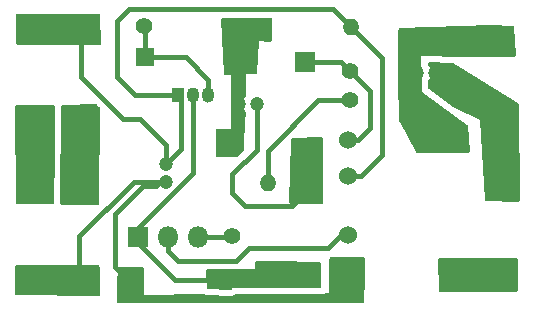
<source format=gbr>
%TF.GenerationSoftware,KiCad,Pcbnew,(7.0.0)*%
%TF.CreationDate,2023-11-14T21:29:08+01:00*%
%TF.ProjectId,reversepcb1,72657665-7273-4657-9063-62312e6b6963,rev?*%
%TF.SameCoordinates,Original*%
%TF.FileFunction,Copper,L2,Bot*%
%TF.FilePolarity,Positive*%
%FSLAX46Y46*%
G04 Gerber Fmt 4.6, Leading zero omitted, Abs format (unit mm)*
G04 Created by KiCad (PCBNEW (7.0.0)) date 2023-11-14 21:29:08*
%MOMM*%
%LPD*%
G01*
G04 APERTURE LIST*
%TA.AperFunction,ComponentPad*%
%ADD10R,1.800000X1.800000*%
%TD*%
%TA.AperFunction,ComponentPad*%
%ADD11O,1.800000X1.800000*%
%TD*%
%TA.AperFunction,ComponentPad*%
%ADD12C,1.200000*%
%TD*%
%TA.AperFunction,ComponentPad*%
%ADD13C,1.400000*%
%TD*%
%TA.AperFunction,ComponentPad*%
%ADD14O,1.400000X1.400000*%
%TD*%
%TA.AperFunction,ComponentPad*%
%ADD15R,1.600000X1.600000*%
%TD*%
%TA.AperFunction,ComponentPad*%
%ADD16O,1.600000X1.600000*%
%TD*%
%TA.AperFunction,ComponentPad*%
%ADD17R,1.050000X1.300000*%
%TD*%
%TA.AperFunction,ComponentPad*%
%ADD18O,1.050000X1.300000*%
%TD*%
%TA.AperFunction,ComponentPad*%
%ADD19C,1.524000*%
%TD*%
%TA.AperFunction,ViaPad*%
%ADD20C,1.600000*%
%TD*%
%TA.AperFunction,Conductor*%
%ADD21C,0.400000*%
%TD*%
G04 APERTURE END LIST*
D10*
%TO.P,D1,1,K*%
%TO.N,Net-(D7-K)*%
X167619999Y-113919999D03*
D11*
%TO.P,D1,2,A*%
%TO.N,Net-(D7-A)*%
X167619999Y-121539999D03*
%TD*%
D12*
%TO.P,EC2,1*%
%TO.N,Net-(D5-A)*%
X146950000Y-107000000D03*
%TO.P,EC2,2*%
%TO.N,Net-(Dzd1-A)*%
X145450000Y-107000000D03*
%TD*%
D13*
%TO.P,R3,1*%
%TO.N,Net-(Q1-Pad3)*%
X144850000Y-118150000D03*
D14*
%TO.P,R3,2*%
%TO.N,Net-(Dzd1-A)*%
X144849999Y-110529999D03*
%TD*%
D15*
%TO.P,D3,1,K*%
%TO.N,Net-(Dzd1-K)*%
X137549999Y-102999999D03*
D16*
%TO.P,D3,2,A*%
%TO.N,Net-(Dzd1-A)*%
X145169999Y-102999999D03*
%TD*%
D13*
%TO.P,R4,1*%
%TO.N,Net-(Dzd1-K)*%
X137450000Y-100350000D03*
D14*
%TO.P,R4,2*%
%TO.N,Net-(Dzd1-A)*%
X145069999Y-100349999D03*
%TD*%
D13*
%TO.P,R1,1*%
%TO.N,Net-(D7-K)*%
X167810000Y-109090000D03*
D14*
%TO.P,R1,2*%
%TO.N,Net-(T1-AB)*%
X167809999Y-101469999D03*
%TD*%
D10*
%TO.P,D1,1,K*%
%TO.N,Net-(D1-K)*%
X128279999Y-108359999D03*
D11*
%TO.P,D1,2,A*%
%TO.N,Net-(D1-A)*%
X128279999Y-100739999D03*
%TD*%
D12*
%TO.P,EC1,1*%
%TO.N,Net-(D7-K)*%
X162080000Y-104350000D03*
%TO.P,EC1,2*%
%TO.N,Net-(T1-AB)*%
X160580000Y-104350000D03*
%TD*%
D10*
%TO.P,Q2,1,1*%
%TO.N,Net-(D6-K)*%
X136899999Y-118244999D03*
D11*
%TO.P,Q2,2,2*%
%TO.N,Net-(T1-SB)*%
X139439999Y-118244999D03*
%TO.P,Q2,3,3*%
%TO.N,Net-(Q1-Pad3)*%
X141979999Y-118244999D03*
%TD*%
D17*
%TO.P,Q1,1,E*%
%TO.N,Net-(D1-A)*%
X140339999Y-106229999D03*
D18*
%TO.P,Q1,2,C*%
%TO.N,Net-(D6-K)*%
X141609999Y-106229999D03*
%TO.P,Q1,3,B*%
%TO.N,Net-(Dzd1-K)*%
X142879999Y-106229999D03*
%TD*%
D10*
%TO.P,D2,1,K*%
%TO.N,Net-(D2-K)*%
X128249999Y-121969999D03*
D11*
%TO.P,D2,2,A*%
%TO.N,Net-(D1-K)*%
X128249999Y-114349999D03*
%TD*%
D12*
%TO.P,EC5,1*%
%TO.N,Net-(D2-K)*%
X139300000Y-113590000D03*
%TO.P,EC5,2*%
%TO.N,Net-(D1-A)*%
X139300000Y-112090000D03*
%TD*%
D13*
%TO.P,R5,1*%
%TO.N,Net-(D6-K)*%
X147940000Y-121280000D03*
D14*
%TO.P,R5,2*%
%TO.N,Net-(C2-Pad1)*%
X147939999Y-113659999D03*
%TD*%
D10*
%TO.P,D4,1,K*%
%TO.N,Net-(D2-K)*%
X131959999Y-121949999D03*
D11*
%TO.P,D4,2,A*%
%TO.N,Net-(D3-K)*%
X131959999Y-114329999D03*
%TD*%
D10*
%TO.P,D2,1,K*%
%TO.N,Net-(D5-K)*%
X151089999Y-103399999D03*
D11*
%TO.P,D2,2,A*%
%TO.N,Net-(D5-A)*%
X151089999Y-111019999D03*
%TD*%
D15*
%TO.P,ZD4,1,K*%
%TO.N,Net-(D6-K)*%
X151129999Y-121319999D03*
D16*
%TO.P,ZD4,2,A*%
%TO.N,Net-(D5-A)*%
X151129999Y-113699999D03*
%TD*%
D10*
%TO.P,D3,1,K*%
%TO.N,Net-(D3-K)*%
X132069999Y-108369999D03*
D11*
%TO.P,D3,2,A*%
%TO.N,Net-(D1-A)*%
X132069999Y-100749999D03*
%TD*%
D13*
%TO.P,R2,1*%
%TO.N,Net-(Dzd1-A)*%
X147300000Y-100430000D03*
D14*
%TO.P,R2,2*%
%TO.N,Net-(D1-A)*%
X154919999Y-100429999D03*
%TD*%
D13*
%TO.P,R6,1*%
%TO.N,Net-(D2-K)*%
X136160000Y-121900000D03*
D14*
%TO.P,R6,2*%
%TO.N,Net-(D6-K)*%
X143779999Y-121899999D03*
%TD*%
D13*
%TO.P,C1,1*%
%TO.N,Net-(C2-Pad1)*%
X154900000Y-106680000D03*
%TO.P,C1,2*%
%TO.N,Net-(D5-K)*%
X154900000Y-104180000D03*
%TD*%
D19*
%TO.P,T1,1,AA*%
%TO.N,Net-(D7-A)*%
X163690000Y-121060000D03*
%TO.P,T1,2,AB*%
%TO.N,Net-(T1-AB)*%
X163690000Y-110060000D03*
%TO.P,T1,3,SA*%
%TO.N,Net-(D2-K)*%
X154690000Y-121060000D03*
%TO.P,T1,4,SB*%
%TO.N,Net-(T1-SB)*%
X154690000Y-118060000D03*
%TO.P,T1,5,SC*%
%TO.N,Net-(D1-A)*%
X154690000Y-113060000D03*
%TO.P,T1,6,SD*%
%TO.N,Net-(D5-K)*%
X154690000Y-110060000D03*
%TD*%
D20*
%TO.N,Net-(D7-K)*%
X167690000Y-111410000D03*
%TO.N,Net-(D1-K)*%
X128260000Y-111490000D03*
%TO.N,Net-(D3-K)*%
X132020000Y-111450000D03*
%TD*%
D21*
%TO.N,Net-(D1-A)*%
X153450000Y-98960000D02*
X154920000Y-100430000D01*
X136120000Y-98960000D02*
X153450000Y-98960000D01*
X135110000Y-104720000D02*
X135110000Y-99970000D01*
X136620000Y-106230000D02*
X135110000Y-104720000D01*
X140340000Y-106230000D02*
X136620000Y-106230000D01*
X135110000Y-99970000D02*
X136120000Y-98960000D01*
%TO.N,Net-(Dzd1-K)*%
X140970000Y-103000000D02*
X142880000Y-104910000D01*
X137550000Y-103000000D02*
X140970000Y-103000000D01*
X137550000Y-103000000D02*
X137550000Y-100450000D01*
X137550000Y-100450000D02*
X137450000Y-100350000D01*
X142880000Y-104910000D02*
X142880000Y-106230000D01*
%TO.N,Net-(D2-K)*%
X137310000Y-113950000D02*
X135010000Y-116250000D01*
X138780000Y-113590000D02*
X138420000Y-113950000D01*
X135010000Y-120750000D02*
X136160000Y-121900000D01*
X131960000Y-118170000D02*
X131960000Y-121950000D01*
X135010000Y-116250000D02*
X135010000Y-120750000D01*
X139300000Y-113590000D02*
X138780000Y-113590000D01*
X139300000Y-113590000D02*
X136540000Y-113590000D01*
X136540000Y-113590000D02*
X131960000Y-118170000D01*
X138420000Y-113950000D02*
X137310000Y-113950000D01*
%TO.N,Net-(D6-K)*%
X136900000Y-118760000D02*
X136900000Y-118245000D01*
X141610000Y-112790000D02*
X141610000Y-106230000D01*
X136900000Y-118245000D02*
X136900000Y-117500000D01*
X143780000Y-121900000D02*
X140040000Y-121900000D01*
X140040000Y-121900000D02*
X136900000Y-118760000D01*
X136900000Y-117500000D02*
X141610000Y-112790000D01*
%TO.N,Net-(C2-Pad1)*%
X147940000Y-110920000D02*
X152180000Y-106680000D01*
X147940000Y-113660000D02*
X147940000Y-110920000D01*
X152180000Y-106680000D02*
X154900000Y-106680000D01*
%TO.N,Net-(D1-A)*%
X157540000Y-111290000D02*
X155770000Y-113060000D01*
X154920000Y-100430000D02*
X157540000Y-103050000D01*
X140590000Y-106480000D02*
X140590000Y-110800000D01*
X137110000Y-108230000D02*
X139300000Y-110420000D01*
X132070000Y-100750000D02*
X132070000Y-104650000D01*
X157540000Y-103050000D02*
X157540000Y-111290000D01*
X135650000Y-108230000D02*
X137110000Y-108230000D01*
X132070000Y-104650000D02*
X135650000Y-108230000D01*
X155770000Y-113060000D02*
X154690000Y-113060000D01*
X139300000Y-110420000D02*
X139300000Y-112090000D01*
X140590000Y-110800000D02*
X139300000Y-112090000D01*
X140340000Y-106230000D02*
X140590000Y-106480000D01*
%TO.N,Net-(D5-K)*%
X154900000Y-104180000D02*
X156570000Y-105850000D01*
X153820000Y-103400000D02*
X151090000Y-103400000D01*
X154100000Y-103380000D02*
X153840000Y-103380000D01*
X153840000Y-103380000D02*
X153820000Y-103400000D01*
X156570000Y-105850000D02*
X156570000Y-109030000D01*
X154900000Y-104180000D02*
X154100000Y-103380000D01*
X155540000Y-110060000D02*
X154690000Y-110060000D01*
X156570000Y-109030000D02*
X155540000Y-110060000D01*
%TO.N,Net-(D5-A)*%
X144910000Y-114550000D02*
X144910000Y-112880000D01*
X149990000Y-115650000D02*
X146010000Y-115650000D01*
X151130000Y-111060000D02*
X151090000Y-111020000D01*
X144910000Y-112880000D02*
X146950000Y-110840000D01*
X146010000Y-115650000D02*
X144910000Y-114550000D01*
X146950000Y-110840000D02*
X146950000Y-107000000D01*
X151130000Y-114510000D02*
X149990000Y-115650000D01*
X151130000Y-113700000D02*
X151130000Y-114510000D01*
%TO.N,Net-(T1-SB)*%
X146330000Y-119150000D02*
X152990000Y-119150000D01*
X154080000Y-118060000D02*
X154690000Y-118060000D01*
X139440000Y-118245000D02*
X139440000Y-119410000D01*
X140300000Y-120270000D02*
X145210000Y-120270000D01*
X139440000Y-119410000D02*
X140300000Y-120270000D01*
X145210000Y-120270000D02*
X146330000Y-119150000D01*
X152990000Y-119150000D02*
X154080000Y-118060000D01*
%TO.N,Net-(Q1-Pad3)*%
X144755000Y-118245000D02*
X144850000Y-118150000D01*
X141980000Y-118245000D02*
X144755000Y-118245000D01*
%TD*%
%TA.AperFunction,Conductor*%
%TO.N,Net-(D2-K)*%
G36*
X133524358Y-120618071D02*
G01*
X133524359Y-120618072D01*
X133597762Y-120637998D01*
X133651766Y-120691558D01*
X133672300Y-120764793D01*
X133707747Y-123086546D01*
X133696950Y-123144550D01*
X133664486Y-123193815D01*
X133615446Y-123226618D01*
X133557519Y-123237816D01*
X126677266Y-123180321D01*
X126603458Y-123160043D01*
X126549456Y-123105796D01*
X126529512Y-123031897D01*
X126520653Y-120719711D01*
X126531930Y-120662275D01*
X126564460Y-120613615D01*
X126613223Y-120581239D01*
X126670692Y-120570144D01*
X133524358Y-120618071D01*
G37*
%TD.AperFunction*%
%TD*%
%TA.AperFunction,Conductor*%
%TO.N,Net-(D7-K)*%
G36*
X163542213Y-103470440D02*
G01*
X163581971Y-103476549D01*
X163618647Y-103493073D01*
X168696883Y-106667958D01*
X169110783Y-106926726D01*
X169161771Y-106980217D01*
X169180788Y-107051627D01*
X169258536Y-115098543D01*
X169247516Y-115156236D01*
X169215056Y-115205188D01*
X169166200Y-115237791D01*
X169108540Y-115248980D01*
X166429450Y-115230939D01*
X166357939Y-115212106D01*
X166304289Y-115161212D01*
X166281716Y-115090793D01*
X165880778Y-108353078D01*
X165880000Y-108340000D01*
X165868252Y-108334198D01*
X165868251Y-108334197D01*
X163591457Y-107209739D01*
X163569177Y-107196190D01*
X162227788Y-106209977D01*
X161538555Y-105703240D01*
X161494660Y-105652011D01*
X161477859Y-105586676D01*
X161465500Y-105057024D01*
X161472641Y-105007849D01*
X161495553Y-104963760D01*
X161519673Y-104931821D01*
X161610582Y-104749250D01*
X161666397Y-104553083D01*
X161685215Y-104350000D01*
X161666397Y-104146917D01*
X161610582Y-103950750D01*
X161519673Y-103768179D01*
X161515522Y-103762682D01*
X161461675Y-103691376D01*
X161439867Y-103650583D01*
X161431621Y-103605067D01*
X161431257Y-103589496D01*
X161441813Y-103530830D01*
X161474524Y-103480993D01*
X161524153Y-103447968D01*
X161582750Y-103437040D01*
X163542213Y-103470440D01*
G37*
%TD.AperFunction*%
%TD*%
%TA.AperFunction,Conductor*%
%TO.N,Net-(D1-K)*%
G36*
X129817198Y-107071444D02*
G01*
X129865667Y-107104018D01*
X129897894Y-107152718D01*
X129908928Y-107210064D01*
X129880663Y-111166958D01*
X129880654Y-111167831D01*
X129826745Y-115313993D01*
X129806300Y-115387408D01*
X129752228Y-115441111D01*
X129678675Y-115461053D01*
X126748322Y-115479087D01*
X126673896Y-115459695D01*
X126619056Y-115405771D01*
X126598414Y-115331685D01*
X126511610Y-107210593D01*
X126522490Y-107153085D01*
X126554681Y-107104206D01*
X126603214Y-107071495D01*
X126660601Y-107060000D01*
X129759932Y-107060000D01*
X129817198Y-107071444D01*
G37*
%TD.AperFunction*%
%TD*%
%TA.AperFunction,Conductor*%
%TO.N,Net-(D3-K)*%
G36*
X133417960Y-107005155D02*
G01*
X133467145Y-107037801D01*
X133652380Y-107223037D01*
X133685011Y-107272184D01*
X133696011Y-107330143D01*
X133601742Y-115371389D01*
X133580972Y-115445541D01*
X133525955Y-115499420D01*
X133451385Y-115518636D01*
X130479564Y-115491372D01*
X130422520Y-115479451D01*
X130374410Y-115446562D01*
X130342596Y-115397736D01*
X130331944Y-115340444D01*
X130438111Y-107175268D01*
X130458403Y-107102116D01*
X130512102Y-107048456D01*
X130585267Y-107028217D01*
X133359964Y-106994172D01*
X133417960Y-107005155D01*
G37*
%TD.AperFunction*%
%TD*%
%TA.AperFunction,Conductor*%
%TO.N,Net-(Dzd1-A)*%
G36*
X148201386Y-99672088D02*
G01*
X148250035Y-99705049D01*
X148282157Y-99754257D01*
X148292754Y-99812058D01*
X148262649Y-101565650D01*
X148249799Y-101623674D01*
X148215292Y-101672060D01*
X148164619Y-101703111D01*
X148105840Y-101711886D01*
X147134713Y-101660774D01*
X147134711Y-101660774D01*
X147120000Y-101660000D01*
X147119319Y-101674718D01*
X147119319Y-101674719D01*
X146996724Y-104324655D01*
X146973973Y-104397157D01*
X146918428Y-104449011D01*
X146844536Y-104466731D01*
X146114730Y-104450331D01*
X146100000Y-104450000D01*
X146099757Y-104464723D01*
X146099757Y-104464725D01*
X146069634Y-106292132D01*
X146061535Y-106338188D01*
X146039560Y-106379466D01*
X146014480Y-106412678D01*
X146014474Y-106412686D01*
X146010327Y-106418179D01*
X146007259Y-106424339D01*
X146007256Y-106424345D01*
X145922491Y-106594577D01*
X145922488Y-106594583D01*
X145919418Y-106600750D01*
X145917533Y-106607374D01*
X145917531Y-106607380D01*
X145865487Y-106790293D01*
X145865485Y-106790300D01*
X145863603Y-106796917D01*
X145862968Y-106803769D01*
X145862967Y-106803775D01*
X145845421Y-106993136D01*
X145844785Y-107000000D01*
X145863603Y-107203083D01*
X145865486Y-107209701D01*
X145865487Y-107209706D01*
X145909861Y-107365662D01*
X145919418Y-107399250D01*
X146010327Y-107581821D01*
X146016645Y-107590187D01*
X146039399Y-107633793D01*
X146046717Y-107682431D01*
X146042209Y-107955962D01*
X146027558Y-108017979D01*
X145988338Y-108068203D01*
X145948261Y-108088905D01*
X145947163Y-108090000D01*
X145940000Y-108090000D01*
X145939941Y-108109575D01*
X145939941Y-108109578D01*
X145931915Y-110806151D01*
X145920489Y-110862932D01*
X145888275Y-110911066D01*
X145390024Y-111409317D01*
X145342000Y-111441485D01*
X145285349Y-111452956D01*
X143750436Y-111459998D01*
X143749752Y-111460000D01*
X143648378Y-111460000D01*
X143574058Y-111440142D01*
X143519549Y-111385860D01*
X143499379Y-111311623D01*
X143490626Y-109219623D01*
X143501789Y-109162412D01*
X143534046Y-109113862D01*
X143582461Y-109081402D01*
X143639625Y-109070000D01*
X144770442Y-109070000D01*
X144790000Y-109070000D01*
X144810000Y-104560000D01*
X144795283Y-104560000D01*
X144351915Y-104560000D01*
X144279519Y-104541230D01*
X144225363Y-104489649D01*
X144203092Y-104418253D01*
X143978848Y-99816753D01*
X143988023Y-99757544D01*
X144019778Y-99706737D01*
X144068980Y-99672546D01*
X144127671Y-99660500D01*
X148143776Y-99660500D01*
X148201386Y-99672088D01*
G37*
%TD.AperFunction*%
%TD*%
%TA.AperFunction,Conductor*%
%TO.N,Net-(D6-K)*%
G36*
X148588092Y-120305940D02*
G01*
X152281651Y-120338684D01*
X152355783Y-120359197D01*
X152409808Y-120413952D01*
X152429325Y-120488355D01*
X152420675Y-122391283D01*
X152400422Y-122465611D01*
X152345753Y-122519888D01*
X152271282Y-122539605D01*
X144895195Y-122520040D01*
X144895193Y-122520040D01*
X144880000Y-122520000D01*
X144880798Y-122535171D01*
X144880798Y-122535175D01*
X144881590Y-122550220D01*
X144872353Y-122610248D01*
X144839929Y-122661603D01*
X144789704Y-122695753D01*
X144730024Y-122707023D01*
X142877510Y-122672558D01*
X142806824Y-122653218D01*
X142753908Y-122602518D01*
X142731564Y-122532726D01*
X142645279Y-121128636D01*
X142653862Y-121068875D01*
X142685456Y-121017423D01*
X142734873Y-120982733D01*
X142793998Y-120970500D01*
X145184330Y-120970500D01*
X145193327Y-120970772D01*
X145252606Y-120974358D01*
X145311048Y-120963647D01*
X145319911Y-120962298D01*
X145378872Y-120955140D01*
X145387307Y-120951940D01*
X145390714Y-120951101D01*
X145407786Y-120946341D01*
X145411061Y-120945320D01*
X145419932Y-120943695D01*
X145455183Y-120927828D01*
X145518121Y-120914712D01*
X146790000Y-120930000D01*
X146790000Y-120440327D01*
X146801469Y-120383002D01*
X146834109Y-120334502D01*
X146882897Y-120302293D01*
X146940321Y-120291333D01*
X148588092Y-120305940D01*
G37*
%TD.AperFunction*%
%TD*%
%TA.AperFunction,Conductor*%
%TO.N,Net-(D7-A)*%
G36*
X164790160Y-120031420D02*
G01*
X164806559Y-120031808D01*
X164831219Y-120034455D01*
X164860000Y-120040000D01*
X168920416Y-120040000D01*
X168977570Y-120051398D01*
X169025981Y-120083847D01*
X169058241Y-120132384D01*
X169069415Y-120189583D01*
X169059583Y-122704154D01*
X169039506Y-122778271D01*
X168985188Y-122832549D01*
X168911056Y-122852570D01*
X165962757Y-122861900D01*
X165929687Y-122858291D01*
X165913766Y-122854721D01*
X165919005Y-122852102D01*
X165902293Y-122852149D01*
X162515915Y-122861688D01*
X162441968Y-122842284D01*
X162387378Y-122788762D01*
X162366516Y-122715213D01*
X162366329Y-122704154D01*
X162322680Y-120128212D01*
X162333616Y-120069611D01*
X162366652Y-120019983D01*
X162416500Y-119987279D01*
X162475175Y-119976735D01*
X164790160Y-120031420D01*
G37*
%TD.AperFunction*%
%TD*%
%TA.AperFunction,Conductor*%
%TO.N,Net-(D5-A)*%
G36*
X152456697Y-109812906D02*
G01*
X152505750Y-109844985D01*
X152538636Y-109893502D01*
X152550265Y-109950949D01*
X152559732Y-115328077D01*
X152548213Y-115385785D01*
X152515250Y-115434532D01*
X152465984Y-115466716D01*
X152408100Y-115477316D01*
X149879276Y-115432637D01*
X149822397Y-115420259D01*
X149774600Y-115387034D01*
X149743182Y-115338030D01*
X149732937Y-115280729D01*
X149835393Y-110074073D01*
X149847274Y-110018638D01*
X149879001Y-109971655D01*
X149970484Y-109880172D01*
X150017804Y-109848301D01*
X150073636Y-109836551D01*
X152399070Y-109802227D01*
X152456697Y-109812906D01*
G37*
%TD.AperFunction*%
%TD*%
%TA.AperFunction,Conductor*%
%TO.N,Net-(D2-K)*%
G36*
X156010580Y-119958006D02*
G01*
X156068024Y-119970347D01*
X156116231Y-120003935D01*
X156147705Y-120053549D01*
X156157553Y-120111472D01*
X156104596Y-121872275D01*
X156049938Y-123689708D01*
X156049779Y-123694979D01*
X156028365Y-123767571D01*
X155974049Y-123820278D01*
X155900846Y-123839500D01*
X135313024Y-123839500D01*
X135255821Y-123828082D01*
X135207385Y-123795578D01*
X135175140Y-123746970D01*
X135164026Y-123689708D01*
X135167554Y-123026386D01*
X135172094Y-122172778D01*
X135172230Y-122167200D01*
X135225884Y-120933170D01*
X135248035Y-120861246D01*
X135302511Y-120809322D01*
X135375412Y-120790645D01*
X136873806Y-120797395D01*
X137303780Y-120799332D01*
X137377996Y-120819517D01*
X137432259Y-120874024D01*
X137452109Y-120948330D01*
X137452109Y-123110000D01*
X142498424Y-123080905D01*
X142556373Y-123096009D01*
X142557609Y-123093016D01*
X142673420Y-123140797D01*
X142744106Y-123160137D01*
X142868107Y-123177971D01*
X144720621Y-123212436D01*
X144823825Y-123203744D01*
X144883505Y-123192474D01*
X144982772Y-123162931D01*
X145073935Y-123113776D01*
X145107187Y-123091166D01*
X145146723Y-123072102D01*
X145190095Y-123065386D01*
X149830180Y-123038633D01*
X149830703Y-123038633D01*
X152269941Y-123045103D01*
X152400661Y-123028268D01*
X152405370Y-123027021D01*
X152408613Y-123026386D01*
X152436399Y-123023607D01*
X153062109Y-123020000D01*
X153119243Y-120068050D01*
X153140484Y-119994216D01*
X153195688Y-119940778D01*
X153270174Y-119921948D01*
X156010580Y-119958006D01*
G37*
%TD.AperFunction*%
%TD*%
%TA.AperFunction,Conductor*%
%TO.N,Net-(D1-A)*%
G36*
X133584283Y-99378981D02*
G01*
X133657686Y-99398907D01*
X133711690Y-99452467D01*
X133732224Y-99525702D01*
X133767671Y-101847455D01*
X133756874Y-101905459D01*
X133724410Y-101954724D01*
X133675370Y-101987527D01*
X133617443Y-101998725D01*
X126737190Y-101941230D01*
X126663382Y-101920952D01*
X126609380Y-101866705D01*
X126589436Y-101792806D01*
X126580577Y-99480620D01*
X126591854Y-99423184D01*
X126624384Y-99374524D01*
X126673147Y-99342148D01*
X126730616Y-99331053D01*
X133584283Y-99378981D01*
G37*
%TD.AperFunction*%
%TD*%
%TA.AperFunction,Conductor*%
%TO.N,Net-(T1-AB)*%
G36*
X168639838Y-100337843D02*
G01*
X168711405Y-100357421D01*
X168764658Y-100409088D01*
X168786389Y-100480034D01*
X168892907Y-102814557D01*
X168883618Y-102873550D01*
X168851910Y-102924157D01*
X168802877Y-102958249D01*
X168744395Y-102970348D01*
X164431397Y-102979996D01*
X164428525Y-102979974D01*
X160925051Y-102920256D01*
X160925048Y-102920256D01*
X160910000Y-102920000D01*
X160910351Y-102935049D01*
X160910351Y-102935050D01*
X160952851Y-104756504D01*
X160980000Y-105920000D01*
X164813405Y-108738390D01*
X164856169Y-108787488D01*
X164873913Y-108850135D01*
X164991531Y-110958220D01*
X164983134Y-111016486D01*
X164952826Y-111066954D01*
X164905337Y-111101743D01*
X164848080Y-111115425D01*
X164721781Y-111119936D01*
X164716818Y-111120031D01*
X160617685Y-111129791D01*
X160565926Y-111120643D01*
X160520564Y-111094093D01*
X160487245Y-111053445D01*
X159067562Y-108511445D01*
X159048742Y-108444004D01*
X158920120Y-104763455D01*
X158920041Y-104756526D01*
X158968304Y-100692799D01*
X158988086Y-100620364D01*
X159040687Y-100566773D01*
X159112742Y-100545641D01*
X166826636Y-100310102D01*
X166833398Y-100310052D01*
X168639838Y-100337843D01*
G37*
%TD.AperFunction*%
%TD*%
M02*

</source>
